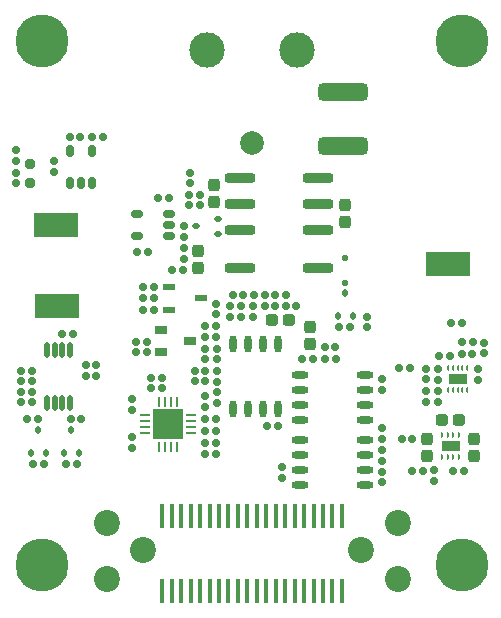
<source format=gts>
G04*
G04 #@! TF.GenerationSoftware,Altium Limited,Altium Designer,19.1.8 (144)*
G04*
G04 Layer_Color=8388736*
%FSLAX25Y25*%
%MOIN*%
G70*
G01*
G75*
G04:AMPARAMS|DCode=18|XSize=23.62mil|YSize=23.62mil|CornerRadius=5.91mil|HoleSize=0mil|Usage=FLASHONLY|Rotation=90.000|XOffset=0mil|YOffset=0mil|HoleType=Round|Shape=RoundedRectangle|*
%AMROUNDEDRECTD18*
21,1,0.02362,0.01181,0,0,90.0*
21,1,0.01181,0.02362,0,0,90.0*
1,1,0.01181,0.00591,0.00591*
1,1,0.01181,0.00591,-0.00591*
1,1,0.01181,-0.00591,-0.00591*
1,1,0.01181,-0.00591,0.00591*
%
%ADD18ROUNDEDRECTD18*%
G04:AMPARAMS|DCode=19|XSize=25.2mil|YSize=25.2mil|CornerRadius=6.3mil|HoleSize=0mil|Usage=FLASHONLY|Rotation=180.000|XOffset=0mil|YOffset=0mil|HoleType=Round|Shape=RoundedRectangle|*
%AMROUNDEDRECTD19*
21,1,0.02520,0.01260,0,0,180.0*
21,1,0.01260,0.02520,0,0,180.0*
1,1,0.01260,-0.00630,0.00630*
1,1,0.01260,0.00630,0.00630*
1,1,0.01260,0.00630,-0.00630*
1,1,0.01260,-0.00630,-0.00630*
%
%ADD19ROUNDEDRECTD19*%
G04:AMPARAMS|DCode=20|XSize=37.4mil|YSize=41.34mil|CornerRadius=9.35mil|HoleSize=0mil|Usage=FLASHONLY|Rotation=180.000|XOffset=0mil|YOffset=0mil|HoleType=Round|Shape=RoundedRectangle|*
%AMROUNDEDRECTD20*
21,1,0.03740,0.02264,0,0,180.0*
21,1,0.01870,0.04134,0,0,180.0*
1,1,0.01870,-0.00935,0.01132*
1,1,0.01870,0.00935,0.01132*
1,1,0.01870,0.00935,-0.01132*
1,1,0.01870,-0.00935,-0.01132*
%
%ADD20ROUNDEDRECTD20*%
G04:AMPARAMS|DCode=21|XSize=23.62mil|YSize=39.37mil|CornerRadius=5.91mil|HoleSize=0mil|Usage=FLASHONLY|Rotation=270.000|XOffset=0mil|YOffset=0mil|HoleType=Round|Shape=RoundedRectangle|*
%AMROUNDEDRECTD21*
21,1,0.02362,0.02756,0,0,270.0*
21,1,0.01181,0.03937,0,0,270.0*
1,1,0.01181,-0.01378,-0.00591*
1,1,0.01181,-0.01378,0.00591*
1,1,0.01181,0.01378,0.00591*
1,1,0.01181,0.01378,-0.00591*
%
%ADD21ROUNDEDRECTD21*%
%ADD22O,0.05709X0.02362*%
G04:AMPARAMS|DCode=23|XSize=25.2mil|YSize=25.2mil|CornerRadius=6.3mil|HoleSize=0mil|Usage=FLASHONLY|Rotation=90.000|XOffset=0mil|YOffset=0mil|HoleType=Round|Shape=RoundedRectangle|*
%AMROUNDEDRECTD23*
21,1,0.02520,0.01260,0,0,90.0*
21,1,0.01260,0.02520,0,0,90.0*
1,1,0.01260,0.00630,0.00630*
1,1,0.01260,0.00630,-0.00630*
1,1,0.01260,-0.00630,-0.00630*
1,1,0.01260,-0.00630,0.00630*
%
%ADD23ROUNDEDRECTD23*%
G04:AMPARAMS|DCode=24|XSize=149.61mil|YSize=79.92mil|CornerRadius=4mil|HoleSize=0mil|Usage=FLASHONLY|Rotation=180.000|XOffset=0mil|YOffset=0mil|HoleType=Round|Shape=RoundedRectangle|*
%AMROUNDEDRECTD24*
21,1,0.14961,0.07193,0,0,180.0*
21,1,0.14161,0.07992,0,0,180.0*
1,1,0.00799,-0.07081,0.03597*
1,1,0.00799,0.07081,0.03597*
1,1,0.00799,0.07081,-0.03597*
1,1,0.00799,-0.07081,-0.03597*
%
%ADD24ROUNDEDRECTD24*%
G04:AMPARAMS|DCode=25|XSize=23.62mil|YSize=23.62mil|CornerRadius=5.91mil|HoleSize=0mil|Usage=FLASHONLY|Rotation=180.000|XOffset=0mil|YOffset=0mil|HoleType=Round|Shape=RoundedRectangle|*
%AMROUNDEDRECTD25*
21,1,0.02362,0.01181,0,0,180.0*
21,1,0.01181,0.02362,0,0,180.0*
1,1,0.01181,-0.00591,0.00591*
1,1,0.01181,0.00591,0.00591*
1,1,0.01181,0.00591,-0.00591*
1,1,0.01181,-0.00591,-0.00591*
%
%ADD25ROUNDEDRECTD25*%
G04:AMPARAMS|DCode=26|XSize=7.87mil|YSize=19.68mil|CornerRadius=1.97mil|HoleSize=0mil|Usage=FLASHONLY|Rotation=180.000|XOffset=0mil|YOffset=0mil|HoleType=Round|Shape=RoundedRectangle|*
%AMROUNDEDRECTD26*
21,1,0.00787,0.01575,0,0,180.0*
21,1,0.00394,0.01968,0,0,180.0*
1,1,0.00394,-0.00197,0.00787*
1,1,0.00394,0.00197,0.00787*
1,1,0.00394,0.00197,-0.00787*
1,1,0.00394,-0.00197,-0.00787*
%
%ADD26ROUNDEDRECTD26*%
G04:AMPARAMS|DCode=27|XSize=59.06mil|YSize=35.43mil|CornerRadius=1.77mil|HoleSize=0mil|Usage=FLASHONLY|Rotation=180.000|XOffset=0mil|YOffset=0mil|HoleType=Round|Shape=RoundedRectangle|*
%AMROUNDEDRECTD27*
21,1,0.05906,0.03189,0,0,180.0*
21,1,0.05551,0.03543,0,0,180.0*
1,1,0.00354,-0.02776,0.01595*
1,1,0.00354,0.02776,0.01595*
1,1,0.00354,0.02776,-0.01595*
1,1,0.00354,-0.02776,-0.01595*
%
%ADD27ROUNDEDRECTD27*%
G04:AMPARAMS|DCode=28|XSize=37.4mil|YSize=41.34mil|CornerRadius=9.35mil|HoleSize=0mil|Usage=FLASHONLY|Rotation=270.000|XOffset=0mil|YOffset=0mil|HoleType=Round|Shape=RoundedRectangle|*
%AMROUNDEDRECTD28*
21,1,0.03740,0.02264,0,0,270.0*
21,1,0.01870,0.04134,0,0,270.0*
1,1,0.01870,-0.01132,-0.00935*
1,1,0.01870,-0.01132,0.00935*
1,1,0.01870,0.01132,0.00935*
1,1,0.01870,0.01132,-0.00935*
%
%ADD28ROUNDEDRECTD28*%
G04:AMPARAMS|DCode=29|XSize=9.84mil|YSize=19.68mil|CornerRadius=2.46mil|HoleSize=0mil|Usage=FLASHONLY|Rotation=0.000|XOffset=0mil|YOffset=0mil|HoleType=Round|Shape=RoundedRectangle|*
%AMROUNDEDRECTD29*
21,1,0.00984,0.01476,0,0,0.0*
21,1,0.00492,0.01968,0,0,0.0*
1,1,0.00492,0.00246,-0.00738*
1,1,0.00492,-0.00246,-0.00738*
1,1,0.00492,-0.00246,0.00738*
1,1,0.00492,0.00246,0.00738*
%
%ADD29ROUNDEDRECTD29*%
%ADD30O,0.03347X0.00984*%
%ADD31O,0.00984X0.03347*%
%ADD32O,0.02362X0.05709*%
G04:AMPARAMS|DCode=33|XSize=31.5mil|YSize=31.5mil|CornerRadius=7.87mil|HoleSize=0mil|Usage=FLASHONLY|Rotation=90.000|XOffset=0mil|YOffset=0mil|HoleType=Round|Shape=RoundedRectangle|*
%AMROUNDEDRECTD33*
21,1,0.03150,0.01575,0,0,90.0*
21,1,0.01575,0.03150,0,0,90.0*
1,1,0.01575,0.00787,0.00787*
1,1,0.01575,0.00787,-0.00787*
1,1,0.01575,-0.00787,-0.00787*
1,1,0.01575,-0.00787,0.00787*
%
%ADD33ROUNDEDRECTD33*%
G04:AMPARAMS|DCode=34|XSize=23.62mil|YSize=39.37mil|CornerRadius=5.91mil|HoleSize=0mil|Usage=FLASHONLY|Rotation=180.000|XOffset=0mil|YOffset=0mil|HoleType=Round|Shape=RoundedRectangle|*
%AMROUNDEDRECTD34*
21,1,0.02362,0.02756,0,0,180.0*
21,1,0.01181,0.03937,0,0,180.0*
1,1,0.01181,-0.00591,0.01378*
1,1,0.01181,0.00591,0.01378*
1,1,0.01181,0.00591,-0.01378*
1,1,0.01181,-0.00591,-0.01378*
%
%ADD34ROUNDEDRECTD34*%
%ADD35O,0.01968X0.05315*%
G04:AMPARAMS|DCode=36|XSize=18.5mil|YSize=23.62mil|CornerRadius=4.63mil|HoleSize=0mil|Usage=FLASHONLY|Rotation=0.000|XOffset=0mil|YOffset=0mil|HoleType=Round|Shape=RoundedRectangle|*
%AMROUNDEDRECTD36*
21,1,0.01850,0.01437,0,0,0.0*
21,1,0.00925,0.02362,0,0,0.0*
1,1,0.00925,0.00463,-0.00719*
1,1,0.00925,-0.00463,-0.00719*
1,1,0.00925,-0.00463,0.00719*
1,1,0.00925,0.00463,0.00719*
%
%ADD36ROUNDEDRECTD36*%
%ADD37R,0.03937X0.02559*%
%ADD38R,0.03937X0.02362*%
G04:AMPARAMS|DCode=39|XSize=18.5mil|YSize=23.62mil|CornerRadius=4.63mil|HoleSize=0mil|Usage=FLASHONLY|Rotation=90.000|XOffset=0mil|YOffset=0mil|HoleType=Round|Shape=RoundedRectangle|*
%AMROUNDEDRECTD39*
21,1,0.01850,0.01437,0,0,90.0*
21,1,0.00925,0.02362,0,0,90.0*
1,1,0.00925,0.00719,0.00463*
1,1,0.00925,0.00719,-0.00463*
1,1,0.00925,-0.00719,-0.00463*
1,1,0.00925,-0.00719,0.00463*
%
%ADD39ROUNDEDRECTD39*%
G04:AMPARAMS|DCode=40|XSize=31.5mil|YSize=100.79mil|CornerRadius=7.87mil|HoleSize=0mil|Usage=FLASHONLY|Rotation=90.000|XOffset=0mil|YOffset=0mil|HoleType=Round|Shape=RoundedRectangle|*
%AMROUNDEDRECTD40*
21,1,0.03150,0.08504,0,0,90.0*
21,1,0.01575,0.10079,0,0,90.0*
1,1,0.01575,0.04252,0.00787*
1,1,0.01575,0.04252,-0.00787*
1,1,0.01575,-0.04252,-0.00787*
1,1,0.01575,-0.04252,0.00787*
%
%ADD40ROUNDEDRECTD40*%
G04:AMPARAMS|DCode=41|XSize=23.23mil|YSize=17.72mil|CornerRadius=4.43mil|HoleSize=0mil|Usage=FLASHONLY|Rotation=270.000|XOffset=0mil|YOffset=0mil|HoleType=Round|Shape=RoundedRectangle|*
%AMROUNDEDRECTD41*
21,1,0.02323,0.00886,0,0,270.0*
21,1,0.01437,0.01772,0,0,270.0*
1,1,0.00886,-0.00443,-0.00719*
1,1,0.00886,-0.00443,0.00719*
1,1,0.00886,0.00443,0.00719*
1,1,0.00886,0.00443,-0.00719*
%
%ADD41ROUNDEDRECTD41*%
G04:AMPARAMS|DCode=42|XSize=59.06mil|YSize=165.35mil|CornerRadius=14.76mil|HoleSize=0mil|Usage=FLASHONLY|Rotation=90.000|XOffset=0mil|YOffset=0mil|HoleType=Round|Shape=RoundedRectangle|*
%AMROUNDEDRECTD42*
21,1,0.05906,0.13583,0,0,90.0*
21,1,0.02953,0.16535,0,0,90.0*
1,1,0.02953,0.06791,0.01476*
1,1,0.02953,0.06791,-0.01476*
1,1,0.02953,-0.06791,-0.01476*
1,1,0.02953,-0.06791,0.01476*
%
%ADD42ROUNDEDRECTD42*%
G04:AMPARAMS|DCode=43|XSize=15.75mil|YSize=82.68mil|CornerRadius=3.94mil|HoleSize=0mil|Usage=FLASHONLY|Rotation=0.000|XOffset=0mil|YOffset=0mil|HoleType=Round|Shape=RoundedRectangle|*
%AMROUNDEDRECTD43*
21,1,0.01575,0.07480,0,0,0.0*
21,1,0.00787,0.08268,0,0,0.0*
1,1,0.00787,0.00394,-0.03740*
1,1,0.00787,-0.00394,-0.03740*
1,1,0.00787,-0.00394,0.03740*
1,1,0.00787,0.00394,0.03740*
%
%ADD43ROUNDEDRECTD43*%
G04:AMPARAMS|DCode=44|XSize=62.99mil|YSize=35.43mil|CornerRadius=1.77mil|HoleSize=0mil|Usage=FLASHONLY|Rotation=0.000|XOffset=0mil|YOffset=0mil|HoleType=Round|Shape=RoundedRectangle|*
%AMROUNDEDRECTD44*
21,1,0.06299,0.03189,0,0,0.0*
21,1,0.05945,0.03543,0,0,0.0*
1,1,0.00354,0.02972,-0.01595*
1,1,0.00354,-0.02972,-0.01595*
1,1,0.00354,-0.02972,0.01595*
1,1,0.00354,0.02972,0.01595*
%
%ADD44ROUNDEDRECTD44*%
G04:AMPARAMS|DCode=45|XSize=102.36mil|YSize=102.36mil|CornerRadius=2.56mil|HoleSize=0mil|Usage=FLASHONLY|Rotation=180.000|XOffset=0mil|YOffset=0mil|HoleType=Round|Shape=RoundedRectangle|*
%AMROUNDEDRECTD45*
21,1,0.10236,0.09724,0,0,180.0*
21,1,0.09724,0.10236,0,0,180.0*
1,1,0.00512,-0.04862,0.04862*
1,1,0.00512,0.04862,0.04862*
1,1,0.00512,0.04862,-0.04862*
1,1,0.00512,-0.04862,-0.04862*
%
%ADD45ROUNDEDRECTD45*%
%ADD46C,0.07874*%
%ADD47C,0.11811*%
%ADD48C,0.17717*%
%ADD49C,0.08661*%
D18*
X113976Y94488D02*
D03*
X117520D02*
D03*
X109252Y87795D02*
D03*
X112795D02*
D03*
X73032Y90945D02*
D03*
X69488D02*
D03*
X67520Y135039D02*
D03*
X63976D02*
D03*
X158465Y85433D02*
D03*
X154921D02*
D03*
X134055Y80709D02*
D03*
X137598D02*
D03*
X151378Y95669D02*
D03*
X154921D02*
D03*
X138386Y46457D02*
D03*
X141929D02*
D03*
X134843Y57087D02*
D03*
X138386D02*
D03*
X92716Y105118D02*
D03*
X96260D02*
D03*
X89173D02*
D03*
X85630D02*
D03*
X96260Y101575D02*
D03*
X99803D02*
D03*
X89173D02*
D03*
X92716D02*
D03*
X82087Y105118D02*
D03*
X78543D02*
D03*
X62008Y113386D02*
D03*
X58465D02*
D03*
X54921Y74016D02*
D03*
X51378D02*
D03*
X51378Y77559D02*
D03*
X54921D02*
D03*
X69488Y76378D02*
D03*
X65945D02*
D03*
X65945Y79921D02*
D03*
X69488D02*
D03*
X73032Y94882D02*
D03*
X69488D02*
D03*
X31693Y157874D02*
D03*
X35236D02*
D03*
X24213D02*
D03*
X27756D02*
D03*
X8071Y69291D02*
D03*
X11614D02*
D03*
X11614Y72835D02*
D03*
X8071D02*
D03*
X8071Y76378D02*
D03*
X11614D02*
D03*
X11614Y79921D02*
D03*
X8071D02*
D03*
X10039Y63779D02*
D03*
X13583D02*
D03*
X28150D02*
D03*
X24606D02*
D03*
X12008Y48819D02*
D03*
X15551D02*
D03*
X23031D02*
D03*
X26575D02*
D03*
X67520Y138583D02*
D03*
X63976D02*
D03*
X105315Y83858D02*
D03*
X101772D02*
D03*
D19*
X73228Y87244D02*
D03*
Y83622D02*
D03*
X62205Y128189D02*
D03*
Y124567D02*
D03*
X128347Y60866D02*
D03*
Y57244D02*
D03*
X146850Y76929D02*
D03*
Y80551D02*
D03*
X160236Y76929D02*
D03*
Y80551D02*
D03*
X85433Y97795D02*
D03*
Y101417D02*
D03*
X81496Y97795D02*
D03*
Y101417D02*
D03*
X77559Y97795D02*
D03*
Y101417D02*
D03*
X44882Y54094D02*
D03*
Y57717D02*
D03*
X69291Y67874D02*
D03*
Y71496D02*
D03*
X94882Y47874D02*
D03*
Y44252D02*
D03*
X69291Y87244D02*
D03*
Y83622D02*
D03*
X18898Y146221D02*
D03*
Y149843D02*
D03*
X128347Y73386D02*
D03*
Y77008D02*
D03*
D20*
X66929Y114075D02*
D03*
Y119783D02*
D03*
X143307Y51476D02*
D03*
Y57185D02*
D03*
X159055Y51476D02*
D03*
Y57185D02*
D03*
X72441Y136122D02*
D03*
Y141831D02*
D03*
X104331Y94587D02*
D03*
Y88878D02*
D03*
X116142Y129429D02*
D03*
Y135138D02*
D03*
D21*
X57284Y124606D02*
D03*
Y128347D02*
D03*
Y132087D02*
D03*
X46654D02*
D03*
Y124606D02*
D03*
D22*
X122539Y41713D02*
D03*
Y46713D02*
D03*
Y51713D02*
D03*
Y56713D02*
D03*
X101083Y41713D02*
D03*
Y46713D02*
D03*
Y51713D02*
D03*
Y56713D02*
D03*
X122539Y63366D02*
D03*
Y68366D02*
D03*
Y73366D02*
D03*
Y78366D02*
D03*
X101083Y63366D02*
D03*
Y68366D02*
D03*
Y73366D02*
D03*
Y78366D02*
D03*
D23*
X46614Y119291D02*
D03*
X50236D02*
D03*
X158504Y89370D02*
D03*
X154882D02*
D03*
X147402Y84646D02*
D03*
X151024D02*
D03*
X152126Y46457D02*
D03*
X155748D02*
D03*
X73071Y59842D02*
D03*
X69449D02*
D03*
X73071Y63779D02*
D03*
X69449D02*
D03*
X25433Y92126D02*
D03*
X21811D02*
D03*
X48583Y107874D02*
D03*
X52205D02*
D03*
X48583Y103937D02*
D03*
X52205D02*
D03*
X52205Y100000D02*
D03*
X48583D02*
D03*
X73071Y55905D02*
D03*
X69449D02*
D03*
X73071Y51968D02*
D03*
X69449D02*
D03*
X93543Y61417D02*
D03*
X89921D02*
D03*
X57323Y137402D02*
D03*
X53701D02*
D03*
X109213Y83858D02*
D03*
X112835D02*
D03*
D24*
X19685Y128347D02*
D03*
X150394Y115354D02*
D03*
X20079Y101575D02*
D03*
D25*
X142913Y80512D02*
D03*
Y76968D02*
D03*
X146850Y69488D02*
D03*
Y73032D02*
D03*
X142913Y69488D02*
D03*
Y73032D02*
D03*
X162205Y85630D02*
D03*
Y89173D02*
D03*
X145669Y46654D02*
D03*
Y43110D02*
D03*
X46457Y86024D02*
D03*
Y89567D02*
D03*
X50000Y86024D02*
D03*
Y89567D02*
D03*
X44882Y70276D02*
D03*
Y66732D02*
D03*
X73228Y79724D02*
D03*
Y76181D02*
D03*
X72835Y102165D02*
D03*
Y98622D02*
D03*
X62205Y120669D02*
D03*
Y117126D02*
D03*
X6299Y145866D02*
D03*
Y142323D02*
D03*
Y153347D02*
D03*
Y149803D02*
D03*
X33071Y78150D02*
D03*
Y81693D02*
D03*
X29528Y81693D02*
D03*
Y78150D02*
D03*
X64173Y145866D02*
D03*
Y142323D02*
D03*
X73228Y72638D02*
D03*
Y69095D02*
D03*
X128347Y49803D02*
D03*
Y53347D02*
D03*
Y42717D02*
D03*
Y46260D02*
D03*
X123228Y94291D02*
D03*
Y97835D02*
D03*
D26*
X150394Y73425D02*
D03*
X151969D02*
D03*
X153543D02*
D03*
X155118D02*
D03*
X156693D02*
D03*
X150394Y80905D02*
D03*
X151969D02*
D03*
X153543D02*
D03*
X155118D02*
D03*
X156693D02*
D03*
D27*
X153543Y77165D02*
D03*
D28*
X154035Y63386D02*
D03*
X148327D02*
D03*
X91634Y96850D02*
D03*
X97342D02*
D03*
D29*
X154134Y58464D02*
D03*
X152165D02*
D03*
X150197D02*
D03*
X148228D02*
D03*
X154134Y50984D02*
D03*
X152165D02*
D03*
X150197D02*
D03*
X148228D02*
D03*
D30*
X64567Y59055D02*
D03*
Y61024D02*
D03*
Y62992D02*
D03*
Y64961D02*
D03*
X49409D02*
D03*
Y62992D02*
D03*
Y61024D02*
D03*
Y59055D02*
D03*
D31*
X59941Y69587D02*
D03*
X57972D02*
D03*
X56004D02*
D03*
X54035D02*
D03*
Y54429D02*
D03*
X56004D02*
D03*
X57972D02*
D03*
X59941D02*
D03*
D32*
X93721Y88681D02*
D03*
X88721D02*
D03*
X83720D02*
D03*
X78720D02*
D03*
X93721Y67224D02*
D03*
X88721D02*
D03*
X83720D02*
D03*
X78720D02*
D03*
D33*
X11024Y148917D02*
D03*
Y142421D02*
D03*
D34*
X24213Y152953D02*
D03*
X31693D02*
D03*
Y142323D02*
D03*
X27953D02*
D03*
X24213D02*
D03*
D35*
X16634Y69193D02*
D03*
X19193D02*
D03*
X21752D02*
D03*
X24311D02*
D03*
X16634Y86713D02*
D03*
X19193D02*
D03*
X21752D02*
D03*
X24311D02*
D03*
D36*
X16339Y52559D02*
D03*
X11220D02*
D03*
X13780Y60039D02*
D03*
X27362Y52559D02*
D03*
X22244D02*
D03*
X24803Y60039D02*
D03*
X118701Y98228D02*
D03*
X113583D02*
D03*
X116142Y105709D02*
D03*
D37*
X54724Y93504D02*
D03*
Y86024D02*
D03*
X64173Y89764D02*
D03*
D38*
X67913Y103937D02*
D03*
X57284Y100197D02*
D03*
Y107677D02*
D03*
D39*
X73819Y130512D02*
D03*
Y125394D02*
D03*
X66339Y127953D02*
D03*
D40*
X107165Y144095D02*
D03*
X81024D02*
D03*
Y135433D02*
D03*
X107165D02*
D03*
X81024Y114173D02*
D03*
X107165D02*
D03*
Y126772D02*
D03*
X81024D02*
D03*
D41*
X116142Y109232D02*
D03*
Y117539D02*
D03*
D42*
X115354Y154921D02*
D03*
Y172638D02*
D03*
D43*
X111811Y6496D02*
D03*
X114961D02*
D03*
X108661D02*
D03*
X105512D02*
D03*
X102362D02*
D03*
X86614D02*
D03*
X89764D02*
D03*
X92913D02*
D03*
X99213D02*
D03*
X96063D02*
D03*
X64567D02*
D03*
X67716D02*
D03*
X61417D02*
D03*
X58268D02*
D03*
X55118D02*
D03*
X70866D02*
D03*
X74016D02*
D03*
X77165D02*
D03*
X83465D02*
D03*
X80315D02*
D03*
Y31299D02*
D03*
X83465D02*
D03*
X77165D02*
D03*
X74016D02*
D03*
X70866D02*
D03*
X55118D02*
D03*
X58268D02*
D03*
X61417D02*
D03*
X67716D02*
D03*
X64567D02*
D03*
X96063D02*
D03*
X99213D02*
D03*
X92913D02*
D03*
X89764D02*
D03*
X86614D02*
D03*
X102362D02*
D03*
X105512D02*
D03*
X108661D02*
D03*
X114961D02*
D03*
X111811D02*
D03*
D44*
X151181Y54724D02*
D03*
D45*
X56988Y62008D02*
D03*
D46*
X85039Y155905D02*
D03*
D47*
X70079Y186614D02*
D03*
X100000D02*
D03*
D48*
X155118Y189764D02*
D03*
X14961D02*
D03*
X155118Y14961D02*
D03*
X14961D02*
D03*
D49*
X36516Y10433D02*
D03*
Y29134D02*
D03*
X133563D02*
D03*
X121260Y20079D02*
D03*
X48819D02*
D03*
X133563Y10433D02*
D03*
M02*

</source>
